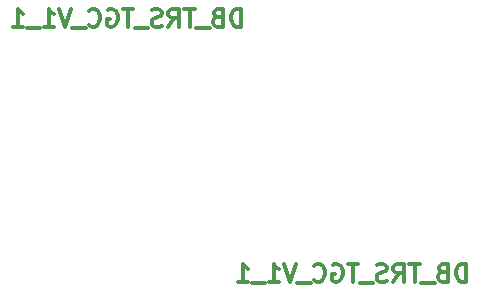
<source format=gbr>
G04 #@! TF.FileFunction,Legend,Bot*
%FSLAX46Y46*%
G04 Gerber Fmt 4.6, Leading zero omitted, Abs format (unit mm)*
G04 Created by KiCad (PCBNEW 4.0.4+e1-6308~48~ubuntu16.04.1-stable) date Tue Sep  6 14:07:25 2016*
%MOMM*%
%LPD*%
G01*
G04 APERTURE LIST*
%ADD10C,0.100000*%
%ADD11C,0.300000*%
G04 APERTURE END LIST*
D10*
D11*
X103587141Y-130218571D02*
X103587141Y-128718571D01*
X103229998Y-128718571D01*
X103015713Y-128790000D01*
X102872855Y-128932857D01*
X102801427Y-129075714D01*
X102729998Y-129361429D01*
X102729998Y-129575714D01*
X102801427Y-129861429D01*
X102872855Y-130004286D01*
X103015713Y-130147143D01*
X103229998Y-130218571D01*
X103587141Y-130218571D01*
X101587141Y-129432857D02*
X101372855Y-129504286D01*
X101301427Y-129575714D01*
X101229998Y-129718571D01*
X101229998Y-129932857D01*
X101301427Y-130075714D01*
X101372855Y-130147143D01*
X101515713Y-130218571D01*
X102087141Y-130218571D01*
X102087141Y-128718571D01*
X101587141Y-128718571D01*
X101444284Y-128790000D01*
X101372855Y-128861429D01*
X101301427Y-129004286D01*
X101301427Y-129147143D01*
X101372855Y-129290000D01*
X101444284Y-129361429D01*
X101587141Y-129432857D01*
X102087141Y-129432857D01*
X100944284Y-130361429D02*
X99801427Y-130361429D01*
X99658570Y-128718571D02*
X98801427Y-128718571D01*
X99229998Y-130218571D02*
X99229998Y-128718571D01*
X97444284Y-130218571D02*
X97944284Y-129504286D01*
X98301427Y-130218571D02*
X98301427Y-128718571D01*
X97729999Y-128718571D01*
X97587141Y-128790000D01*
X97515713Y-128861429D01*
X97444284Y-129004286D01*
X97444284Y-129218571D01*
X97515713Y-129361429D01*
X97587141Y-129432857D01*
X97729999Y-129504286D01*
X98301427Y-129504286D01*
X96872856Y-130147143D02*
X96658570Y-130218571D01*
X96301427Y-130218571D01*
X96158570Y-130147143D01*
X96087141Y-130075714D01*
X96015713Y-129932857D01*
X96015713Y-129790000D01*
X96087141Y-129647143D01*
X96158570Y-129575714D01*
X96301427Y-129504286D01*
X96587141Y-129432857D01*
X96729999Y-129361429D01*
X96801427Y-129290000D01*
X96872856Y-129147143D01*
X96872856Y-129004286D01*
X96801427Y-128861429D01*
X96729999Y-128790000D01*
X96587141Y-128718571D01*
X96229999Y-128718571D01*
X96015713Y-128790000D01*
X95729999Y-130361429D02*
X94587142Y-130361429D01*
X94444285Y-128718571D02*
X93587142Y-128718571D01*
X94015713Y-130218571D02*
X94015713Y-128718571D01*
X92301428Y-128790000D02*
X92444285Y-128718571D01*
X92658571Y-128718571D01*
X92872856Y-128790000D01*
X93015714Y-128932857D01*
X93087142Y-129075714D01*
X93158571Y-129361429D01*
X93158571Y-129575714D01*
X93087142Y-129861429D01*
X93015714Y-130004286D01*
X92872856Y-130147143D01*
X92658571Y-130218571D01*
X92515714Y-130218571D01*
X92301428Y-130147143D01*
X92229999Y-130075714D01*
X92229999Y-129575714D01*
X92515714Y-129575714D01*
X90729999Y-130075714D02*
X90801428Y-130147143D01*
X91015714Y-130218571D01*
X91158571Y-130218571D01*
X91372856Y-130147143D01*
X91515714Y-130004286D01*
X91587142Y-129861429D01*
X91658571Y-129575714D01*
X91658571Y-129361429D01*
X91587142Y-129075714D01*
X91515714Y-128932857D01*
X91372856Y-128790000D01*
X91158571Y-128718571D01*
X91015714Y-128718571D01*
X90801428Y-128790000D01*
X90729999Y-128861429D01*
X90444285Y-130361429D02*
X89301428Y-130361429D01*
X89158571Y-128718571D02*
X88658571Y-130218571D01*
X88158571Y-128718571D01*
X86872857Y-130218571D02*
X87730000Y-130218571D01*
X87301428Y-130218571D02*
X87301428Y-128718571D01*
X87444285Y-128932857D01*
X87587143Y-129075714D01*
X87730000Y-129147143D01*
X86587143Y-130361429D02*
X85444286Y-130361429D01*
X84301429Y-130218571D02*
X85158572Y-130218571D01*
X84730000Y-130218571D02*
X84730000Y-128718571D01*
X84872857Y-128932857D01*
X85015715Y-129075714D01*
X85158572Y-129147143D01*
X84537141Y-108628571D02*
X84537141Y-107128571D01*
X84179998Y-107128571D01*
X83965713Y-107200000D01*
X83822855Y-107342857D01*
X83751427Y-107485714D01*
X83679998Y-107771429D01*
X83679998Y-107985714D01*
X83751427Y-108271429D01*
X83822855Y-108414286D01*
X83965713Y-108557143D01*
X84179998Y-108628571D01*
X84537141Y-108628571D01*
X82537141Y-107842857D02*
X82322855Y-107914286D01*
X82251427Y-107985714D01*
X82179998Y-108128571D01*
X82179998Y-108342857D01*
X82251427Y-108485714D01*
X82322855Y-108557143D01*
X82465713Y-108628571D01*
X83037141Y-108628571D01*
X83037141Y-107128571D01*
X82537141Y-107128571D01*
X82394284Y-107200000D01*
X82322855Y-107271429D01*
X82251427Y-107414286D01*
X82251427Y-107557143D01*
X82322855Y-107700000D01*
X82394284Y-107771429D01*
X82537141Y-107842857D01*
X83037141Y-107842857D01*
X81894284Y-108771429D02*
X80751427Y-108771429D01*
X80608570Y-107128571D02*
X79751427Y-107128571D01*
X80179998Y-108628571D02*
X80179998Y-107128571D01*
X78394284Y-108628571D02*
X78894284Y-107914286D01*
X79251427Y-108628571D02*
X79251427Y-107128571D01*
X78679999Y-107128571D01*
X78537141Y-107200000D01*
X78465713Y-107271429D01*
X78394284Y-107414286D01*
X78394284Y-107628571D01*
X78465713Y-107771429D01*
X78537141Y-107842857D01*
X78679999Y-107914286D01*
X79251427Y-107914286D01*
X77822856Y-108557143D02*
X77608570Y-108628571D01*
X77251427Y-108628571D01*
X77108570Y-108557143D01*
X77037141Y-108485714D01*
X76965713Y-108342857D01*
X76965713Y-108200000D01*
X77037141Y-108057143D01*
X77108570Y-107985714D01*
X77251427Y-107914286D01*
X77537141Y-107842857D01*
X77679999Y-107771429D01*
X77751427Y-107700000D01*
X77822856Y-107557143D01*
X77822856Y-107414286D01*
X77751427Y-107271429D01*
X77679999Y-107200000D01*
X77537141Y-107128571D01*
X77179999Y-107128571D01*
X76965713Y-107200000D01*
X76679999Y-108771429D02*
X75537142Y-108771429D01*
X75394285Y-107128571D02*
X74537142Y-107128571D01*
X74965713Y-108628571D02*
X74965713Y-107128571D01*
X73251428Y-107200000D02*
X73394285Y-107128571D01*
X73608571Y-107128571D01*
X73822856Y-107200000D01*
X73965714Y-107342857D01*
X74037142Y-107485714D01*
X74108571Y-107771429D01*
X74108571Y-107985714D01*
X74037142Y-108271429D01*
X73965714Y-108414286D01*
X73822856Y-108557143D01*
X73608571Y-108628571D01*
X73465714Y-108628571D01*
X73251428Y-108557143D01*
X73179999Y-108485714D01*
X73179999Y-107985714D01*
X73465714Y-107985714D01*
X71679999Y-108485714D02*
X71751428Y-108557143D01*
X71965714Y-108628571D01*
X72108571Y-108628571D01*
X72322856Y-108557143D01*
X72465714Y-108414286D01*
X72537142Y-108271429D01*
X72608571Y-107985714D01*
X72608571Y-107771429D01*
X72537142Y-107485714D01*
X72465714Y-107342857D01*
X72322856Y-107200000D01*
X72108571Y-107128571D01*
X71965714Y-107128571D01*
X71751428Y-107200000D01*
X71679999Y-107271429D01*
X71394285Y-108771429D02*
X70251428Y-108771429D01*
X70108571Y-107128571D02*
X69608571Y-108628571D01*
X69108571Y-107128571D01*
X67822857Y-108628571D02*
X68680000Y-108628571D01*
X68251428Y-108628571D02*
X68251428Y-107128571D01*
X68394285Y-107342857D01*
X68537143Y-107485714D01*
X68680000Y-107557143D01*
X67537143Y-108771429D02*
X66394286Y-108771429D01*
X65251429Y-108628571D02*
X66108572Y-108628571D01*
X65680000Y-108628571D02*
X65680000Y-107128571D01*
X65822857Y-107342857D01*
X65965715Y-107485714D01*
X66108572Y-107557143D01*
M02*

</source>
